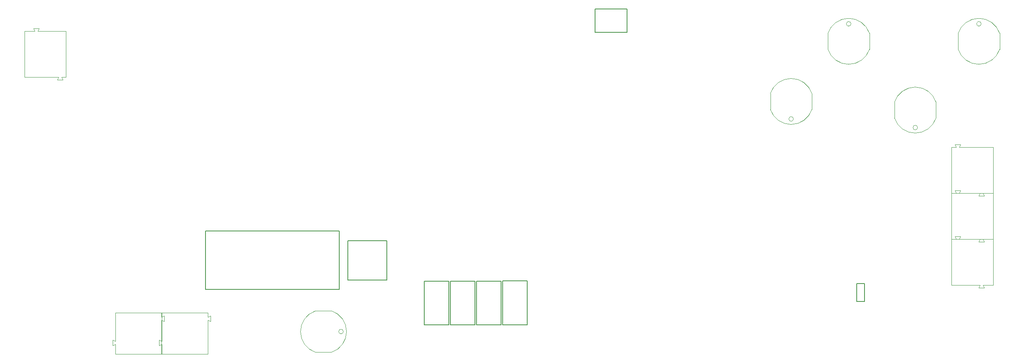
<source format=gbr>
%TF.GenerationSoftware,Altium Limited,Altium Designer,24.3.1 (35)*%
G04 Layer_Color=16711935*
%FSLAX43Y43*%
%MOMM*%
%TF.SameCoordinates,76E1361F-AA3B-45A8-A24B-41510BF92E79*%
%TF.FilePolarity,Positive*%
%TF.FileFunction,Other,Top_3D_Body*%
%TF.Part,Single*%
G01*
G75*
%TA.AperFunction,NonConductor*%
%ADD94C,0.200*%
%ADD133C,0.100*%
D94*
X41375Y16550D02*
X70375D01*
X41375D02*
Y29250D01*
X70375D01*
Y16550D02*
Y29250D01*
X100200Y18375D02*
X105500D01*
X100200Y8875D02*
Y18375D01*
Y8875D02*
X105500D01*
Y18375D01*
X105900Y18400D02*
X111200D01*
X105900Y8900D02*
Y18400D01*
Y8900D02*
X111200D01*
Y18400D01*
X88886Y8850D02*
X94186D01*
Y18350D01*
X88886D02*
X94186D01*
X88886Y8850D02*
Y18350D01*
X94536Y8850D02*
X99836D01*
Y18350D01*
X94536D02*
X99836D01*
X94536Y8850D02*
Y18350D01*
X80725Y18625D02*
Y27125D01*
X72225Y18625D02*
X80725D01*
X72225D02*
Y27125D01*
X80725D01*
X132900Y72435D02*
Y77515D01*
X125900D02*
X132900D01*
X125900Y72435D02*
Y77515D01*
Y72435D02*
X132900D01*
X182725Y17875D02*
X184425D01*
X182725Y13975D02*
Y17875D01*
Y13975D02*
X184425D01*
Y17875D01*
D133*
X204775Y68750D02*
G03*
X213775Y68750I4500J1490D01*
G01*
Y72250D02*
G03*
X204775Y72250I-4500J-1490D01*
G01*
X209775Y74300D02*
G03*
X209775Y74300I-500J0D01*
G01*
X71274Y7400D02*
G03*
X71274Y7400I-500J0D01*
G01*
X68724Y2900D02*
G03*
X68724Y11900I-1490J4500D01*
G01*
X65224D02*
G03*
X65224Y2900I1490J-4500D01*
G01*
X181500Y74300D02*
G03*
X181500Y74300I-500J0D01*
G01*
X185500Y72250D02*
G03*
X176500Y72250I-4500J-1490D01*
G01*
Y68750D02*
G03*
X185500Y68750I4500J1490D01*
G01*
X173000Y59175D02*
G03*
X164000Y59175I-4500J-1490D01*
G01*
Y55675D02*
G03*
X173000Y55675I4500J1490D01*
G01*
X169000Y53625D02*
G03*
X169000Y53625I-500J0D01*
G01*
X195950Y51750D02*
G03*
X195950Y51750I-500J0D01*
G01*
X190950Y53800D02*
G03*
X199950Y53800I4500J1490D01*
G01*
Y57300D02*
G03*
X190950Y57300I-4500J-1490D01*
G01*
X204775Y68750D02*
Y72250D01*
X213775Y68750D02*
Y72250D01*
X65224Y2900D02*
X68724D01*
X65224Y11900D02*
X68724D01*
X41850Y2500D02*
Y9850D01*
Y10550D02*
Y11500D01*
X31850D02*
X41850D01*
X31850Y2500D02*
X41850D01*
X31850D02*
Y4650D01*
Y5350D02*
Y11500D01*
X31250Y4400D02*
Y5600D01*
Y4400D02*
X31850Y4650D01*
X31250Y5600D02*
X31850Y5350D01*
X41850Y10550D02*
X42450Y10800D01*
Y9600D02*
Y10800D01*
X41850Y9850D02*
X42450Y9600D01*
X185500Y68750D02*
Y72250D01*
X176500Y68750D02*
Y72250D01*
X173000Y55675D02*
Y59175D01*
X164000Y55675D02*
Y59175D01*
X205000Y47450D02*
X212350D01*
X203350D02*
X204300D01*
X203350Y37450D02*
Y47450D01*
X212350Y37450D02*
Y47450D01*
X210200Y37450D02*
X212350D01*
X203350D02*
X209500D01*
X209250Y36850D02*
X210450D01*
X210200Y37450D02*
X210450Y36850D01*
X209250D02*
X209500Y37450D01*
X204050Y48050D02*
X204300Y47450D01*
X204050Y48050D02*
X205250D01*
X205000Y47450D02*
X205250Y48050D01*
X190950Y53800D02*
Y57300D01*
X199950Y53800D02*
Y57300D01*
X31800Y9850D02*
X32400Y9600D01*
Y10800D01*
X31800Y10550D02*
X32400Y10800D01*
X21200Y5600D02*
X21800Y5350D01*
X21200Y4400D02*
X21800Y4650D01*
X21200Y4400D02*
Y5600D01*
X21800Y5350D02*
Y11500D01*
Y2500D02*
Y4650D01*
Y2500D02*
X31800D01*
X21800Y11500D02*
X31800D01*
Y10550D02*
Y11500D01*
Y2500D02*
Y9850D01*
X9175Y62100D02*
X9425Y62700D01*
X9175Y62100D02*
X10375D01*
X10125Y62700D02*
X10375Y62100D01*
X4925Y72700D02*
X5175Y73300D01*
X3975D02*
X4225Y72700D01*
X3975Y73300D02*
X5175D01*
X4925Y72700D02*
X11075D01*
X2075D02*
X4225D01*
X2075Y62700D02*
Y72700D01*
X11075Y62700D02*
Y72700D01*
X10125Y62700D02*
X11075D01*
X2075D02*
X9425D01*
X205000Y27500D02*
X205250Y28100D01*
X204050D02*
X205250D01*
X204050D02*
X204300Y27500D01*
X209250Y16900D02*
X209500Y17500D01*
X210200D02*
X210450Y16900D01*
X209250D02*
X210450D01*
X203350Y17500D02*
X209500D01*
X210200D02*
X212350D01*
Y27500D01*
X203350Y17500D02*
Y27500D01*
X204300D01*
X205000D02*
X212350D01*
X205000Y37475D02*
X205250Y38075D01*
X204050D02*
X205250D01*
X204050D02*
X204300Y37475D01*
X209250Y26875D02*
X209500Y27475D01*
X210200D02*
X210450Y26875D01*
X209250D02*
X210450D01*
X203350Y27475D02*
X209500D01*
X210200D02*
X212350D01*
Y37475D01*
X203350Y27475D02*
Y37475D01*
X204300D01*
X205000D02*
X212350D01*
%TF.MD5,98ceb5a5a05e679e8d0aa9d15bd1a7b5*%
M02*

</source>
